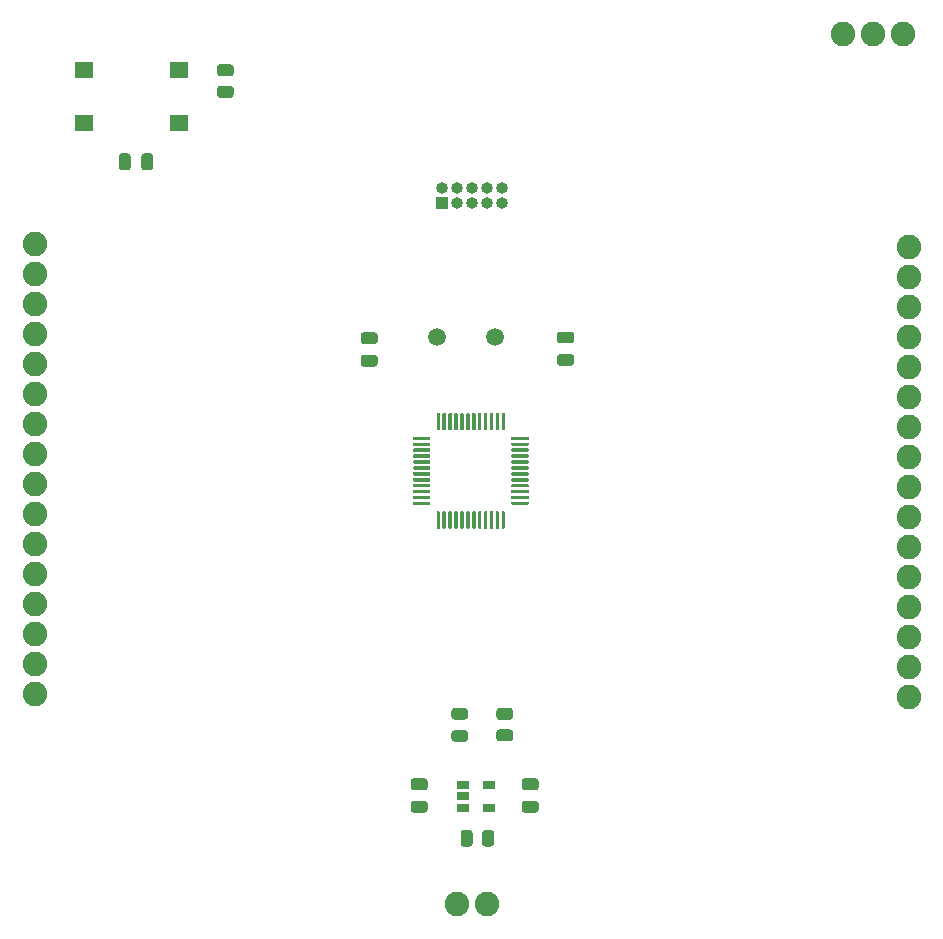
<source format=gbr>
%TF.GenerationSoftware,KiCad,Pcbnew,(5.1.9)-1*%
%TF.CreationDate,2021-02-25T22:56:50-07:00*%
%TF.ProjectId,Avionics_Computer,4176696f-6e69-4637-935f-436f6d707574,rev?*%
%TF.SameCoordinates,Original*%
%TF.FileFunction,Soldermask,Top*%
%TF.FilePolarity,Negative*%
%FSLAX46Y46*%
G04 Gerber Fmt 4.6, Leading zero omitted, Abs format (unit mm)*
G04 Created by KiCad (PCBNEW (5.1.9)-1) date 2021-02-25 22:56:50*
%MOMM*%
%LPD*%
G01*
G04 APERTURE LIST*
%ADD10C,1.500000*%
%ADD11R,1.060000X0.650000*%
%ADD12R,1.600000X1.400000*%
%ADD13C,2.082800*%
%ADD14O,1.000000X1.000000*%
%ADD15R,1.000000X1.000000*%
G04 APERTURE END LIST*
%TO.C,U1*%
G36*
G01*
X148420000Y-99087500D02*
X149745000Y-99087500D01*
G75*
G02*
X149820000Y-99162500I0J-75000D01*
G01*
X149820000Y-99312500D01*
G75*
G02*
X149745000Y-99387500I-75000J0D01*
G01*
X148420000Y-99387500D01*
G75*
G02*
X148345000Y-99312500I0J75000D01*
G01*
X148345000Y-99162500D01*
G75*
G02*
X148420000Y-99087500I75000J0D01*
G01*
G37*
G36*
G01*
X148420000Y-99587500D02*
X149745000Y-99587500D01*
G75*
G02*
X149820000Y-99662500I0J-75000D01*
G01*
X149820000Y-99812500D01*
G75*
G02*
X149745000Y-99887500I-75000J0D01*
G01*
X148420000Y-99887500D01*
G75*
G02*
X148345000Y-99812500I0J75000D01*
G01*
X148345000Y-99662500D01*
G75*
G02*
X148420000Y-99587500I75000J0D01*
G01*
G37*
G36*
G01*
X148420000Y-100087500D02*
X149745000Y-100087500D01*
G75*
G02*
X149820000Y-100162500I0J-75000D01*
G01*
X149820000Y-100312500D01*
G75*
G02*
X149745000Y-100387500I-75000J0D01*
G01*
X148420000Y-100387500D01*
G75*
G02*
X148345000Y-100312500I0J75000D01*
G01*
X148345000Y-100162500D01*
G75*
G02*
X148420000Y-100087500I75000J0D01*
G01*
G37*
G36*
G01*
X148420000Y-100587500D02*
X149745000Y-100587500D01*
G75*
G02*
X149820000Y-100662500I0J-75000D01*
G01*
X149820000Y-100812500D01*
G75*
G02*
X149745000Y-100887500I-75000J0D01*
G01*
X148420000Y-100887500D01*
G75*
G02*
X148345000Y-100812500I0J75000D01*
G01*
X148345000Y-100662500D01*
G75*
G02*
X148420000Y-100587500I75000J0D01*
G01*
G37*
G36*
G01*
X148420000Y-101087500D02*
X149745000Y-101087500D01*
G75*
G02*
X149820000Y-101162500I0J-75000D01*
G01*
X149820000Y-101312500D01*
G75*
G02*
X149745000Y-101387500I-75000J0D01*
G01*
X148420000Y-101387500D01*
G75*
G02*
X148345000Y-101312500I0J75000D01*
G01*
X148345000Y-101162500D01*
G75*
G02*
X148420000Y-101087500I75000J0D01*
G01*
G37*
G36*
G01*
X148420000Y-101587500D02*
X149745000Y-101587500D01*
G75*
G02*
X149820000Y-101662500I0J-75000D01*
G01*
X149820000Y-101812500D01*
G75*
G02*
X149745000Y-101887500I-75000J0D01*
G01*
X148420000Y-101887500D01*
G75*
G02*
X148345000Y-101812500I0J75000D01*
G01*
X148345000Y-101662500D01*
G75*
G02*
X148420000Y-101587500I75000J0D01*
G01*
G37*
G36*
G01*
X148420000Y-102087500D02*
X149745000Y-102087500D01*
G75*
G02*
X149820000Y-102162500I0J-75000D01*
G01*
X149820000Y-102312500D01*
G75*
G02*
X149745000Y-102387500I-75000J0D01*
G01*
X148420000Y-102387500D01*
G75*
G02*
X148345000Y-102312500I0J75000D01*
G01*
X148345000Y-102162500D01*
G75*
G02*
X148420000Y-102087500I75000J0D01*
G01*
G37*
G36*
G01*
X148420000Y-102587500D02*
X149745000Y-102587500D01*
G75*
G02*
X149820000Y-102662500I0J-75000D01*
G01*
X149820000Y-102812500D01*
G75*
G02*
X149745000Y-102887500I-75000J0D01*
G01*
X148420000Y-102887500D01*
G75*
G02*
X148345000Y-102812500I0J75000D01*
G01*
X148345000Y-102662500D01*
G75*
G02*
X148420000Y-102587500I75000J0D01*
G01*
G37*
G36*
G01*
X148420000Y-103087500D02*
X149745000Y-103087500D01*
G75*
G02*
X149820000Y-103162500I0J-75000D01*
G01*
X149820000Y-103312500D01*
G75*
G02*
X149745000Y-103387500I-75000J0D01*
G01*
X148420000Y-103387500D01*
G75*
G02*
X148345000Y-103312500I0J75000D01*
G01*
X148345000Y-103162500D01*
G75*
G02*
X148420000Y-103087500I75000J0D01*
G01*
G37*
G36*
G01*
X148420000Y-103587500D02*
X149745000Y-103587500D01*
G75*
G02*
X149820000Y-103662500I0J-75000D01*
G01*
X149820000Y-103812500D01*
G75*
G02*
X149745000Y-103887500I-75000J0D01*
G01*
X148420000Y-103887500D01*
G75*
G02*
X148345000Y-103812500I0J75000D01*
G01*
X148345000Y-103662500D01*
G75*
G02*
X148420000Y-103587500I75000J0D01*
G01*
G37*
G36*
G01*
X148420000Y-104087500D02*
X149745000Y-104087500D01*
G75*
G02*
X149820000Y-104162500I0J-75000D01*
G01*
X149820000Y-104312500D01*
G75*
G02*
X149745000Y-104387500I-75000J0D01*
G01*
X148420000Y-104387500D01*
G75*
G02*
X148345000Y-104312500I0J75000D01*
G01*
X148345000Y-104162500D01*
G75*
G02*
X148420000Y-104087500I75000J0D01*
G01*
G37*
G36*
G01*
X148420000Y-104587500D02*
X149745000Y-104587500D01*
G75*
G02*
X149820000Y-104662500I0J-75000D01*
G01*
X149820000Y-104812500D01*
G75*
G02*
X149745000Y-104887500I-75000J0D01*
G01*
X148420000Y-104887500D01*
G75*
G02*
X148345000Y-104812500I0J75000D01*
G01*
X148345000Y-104662500D01*
G75*
G02*
X148420000Y-104587500I75000J0D01*
G01*
G37*
G36*
G01*
X147595000Y-105412500D02*
X147745000Y-105412500D01*
G75*
G02*
X147820000Y-105487500I0J-75000D01*
G01*
X147820000Y-106812500D01*
G75*
G02*
X147745000Y-106887500I-75000J0D01*
G01*
X147595000Y-106887500D01*
G75*
G02*
X147520000Y-106812500I0J75000D01*
G01*
X147520000Y-105487500D01*
G75*
G02*
X147595000Y-105412500I75000J0D01*
G01*
G37*
G36*
G01*
X147095000Y-105412500D02*
X147245000Y-105412500D01*
G75*
G02*
X147320000Y-105487500I0J-75000D01*
G01*
X147320000Y-106812500D01*
G75*
G02*
X147245000Y-106887500I-75000J0D01*
G01*
X147095000Y-106887500D01*
G75*
G02*
X147020000Y-106812500I0J75000D01*
G01*
X147020000Y-105487500D01*
G75*
G02*
X147095000Y-105412500I75000J0D01*
G01*
G37*
G36*
G01*
X146595000Y-105412500D02*
X146745000Y-105412500D01*
G75*
G02*
X146820000Y-105487500I0J-75000D01*
G01*
X146820000Y-106812500D01*
G75*
G02*
X146745000Y-106887500I-75000J0D01*
G01*
X146595000Y-106887500D01*
G75*
G02*
X146520000Y-106812500I0J75000D01*
G01*
X146520000Y-105487500D01*
G75*
G02*
X146595000Y-105412500I75000J0D01*
G01*
G37*
G36*
G01*
X146095000Y-105412500D02*
X146245000Y-105412500D01*
G75*
G02*
X146320000Y-105487500I0J-75000D01*
G01*
X146320000Y-106812500D01*
G75*
G02*
X146245000Y-106887500I-75000J0D01*
G01*
X146095000Y-106887500D01*
G75*
G02*
X146020000Y-106812500I0J75000D01*
G01*
X146020000Y-105487500D01*
G75*
G02*
X146095000Y-105412500I75000J0D01*
G01*
G37*
G36*
G01*
X145595000Y-105412500D02*
X145745000Y-105412500D01*
G75*
G02*
X145820000Y-105487500I0J-75000D01*
G01*
X145820000Y-106812500D01*
G75*
G02*
X145745000Y-106887500I-75000J0D01*
G01*
X145595000Y-106887500D01*
G75*
G02*
X145520000Y-106812500I0J75000D01*
G01*
X145520000Y-105487500D01*
G75*
G02*
X145595000Y-105412500I75000J0D01*
G01*
G37*
G36*
G01*
X145095000Y-105412500D02*
X145245000Y-105412500D01*
G75*
G02*
X145320000Y-105487500I0J-75000D01*
G01*
X145320000Y-106812500D01*
G75*
G02*
X145245000Y-106887500I-75000J0D01*
G01*
X145095000Y-106887500D01*
G75*
G02*
X145020000Y-106812500I0J75000D01*
G01*
X145020000Y-105487500D01*
G75*
G02*
X145095000Y-105412500I75000J0D01*
G01*
G37*
G36*
G01*
X144595000Y-105412500D02*
X144745000Y-105412500D01*
G75*
G02*
X144820000Y-105487500I0J-75000D01*
G01*
X144820000Y-106812500D01*
G75*
G02*
X144745000Y-106887500I-75000J0D01*
G01*
X144595000Y-106887500D01*
G75*
G02*
X144520000Y-106812500I0J75000D01*
G01*
X144520000Y-105487500D01*
G75*
G02*
X144595000Y-105412500I75000J0D01*
G01*
G37*
G36*
G01*
X144095000Y-105412500D02*
X144245000Y-105412500D01*
G75*
G02*
X144320000Y-105487500I0J-75000D01*
G01*
X144320000Y-106812500D01*
G75*
G02*
X144245000Y-106887500I-75000J0D01*
G01*
X144095000Y-106887500D01*
G75*
G02*
X144020000Y-106812500I0J75000D01*
G01*
X144020000Y-105487500D01*
G75*
G02*
X144095000Y-105412500I75000J0D01*
G01*
G37*
G36*
G01*
X143595000Y-105412500D02*
X143745000Y-105412500D01*
G75*
G02*
X143820000Y-105487500I0J-75000D01*
G01*
X143820000Y-106812500D01*
G75*
G02*
X143745000Y-106887500I-75000J0D01*
G01*
X143595000Y-106887500D01*
G75*
G02*
X143520000Y-106812500I0J75000D01*
G01*
X143520000Y-105487500D01*
G75*
G02*
X143595000Y-105412500I75000J0D01*
G01*
G37*
G36*
G01*
X143095000Y-105412500D02*
X143245000Y-105412500D01*
G75*
G02*
X143320000Y-105487500I0J-75000D01*
G01*
X143320000Y-106812500D01*
G75*
G02*
X143245000Y-106887500I-75000J0D01*
G01*
X143095000Y-106887500D01*
G75*
G02*
X143020000Y-106812500I0J75000D01*
G01*
X143020000Y-105487500D01*
G75*
G02*
X143095000Y-105412500I75000J0D01*
G01*
G37*
G36*
G01*
X142595000Y-105412500D02*
X142745000Y-105412500D01*
G75*
G02*
X142820000Y-105487500I0J-75000D01*
G01*
X142820000Y-106812500D01*
G75*
G02*
X142745000Y-106887500I-75000J0D01*
G01*
X142595000Y-106887500D01*
G75*
G02*
X142520000Y-106812500I0J75000D01*
G01*
X142520000Y-105487500D01*
G75*
G02*
X142595000Y-105412500I75000J0D01*
G01*
G37*
G36*
G01*
X142095000Y-105412500D02*
X142245000Y-105412500D01*
G75*
G02*
X142320000Y-105487500I0J-75000D01*
G01*
X142320000Y-106812500D01*
G75*
G02*
X142245000Y-106887500I-75000J0D01*
G01*
X142095000Y-106887500D01*
G75*
G02*
X142020000Y-106812500I0J75000D01*
G01*
X142020000Y-105487500D01*
G75*
G02*
X142095000Y-105412500I75000J0D01*
G01*
G37*
G36*
G01*
X140095000Y-104587500D02*
X141420000Y-104587500D01*
G75*
G02*
X141495000Y-104662500I0J-75000D01*
G01*
X141495000Y-104812500D01*
G75*
G02*
X141420000Y-104887500I-75000J0D01*
G01*
X140095000Y-104887500D01*
G75*
G02*
X140020000Y-104812500I0J75000D01*
G01*
X140020000Y-104662500D01*
G75*
G02*
X140095000Y-104587500I75000J0D01*
G01*
G37*
G36*
G01*
X140095000Y-104087500D02*
X141420000Y-104087500D01*
G75*
G02*
X141495000Y-104162500I0J-75000D01*
G01*
X141495000Y-104312500D01*
G75*
G02*
X141420000Y-104387500I-75000J0D01*
G01*
X140095000Y-104387500D01*
G75*
G02*
X140020000Y-104312500I0J75000D01*
G01*
X140020000Y-104162500D01*
G75*
G02*
X140095000Y-104087500I75000J0D01*
G01*
G37*
G36*
G01*
X140095000Y-103587500D02*
X141420000Y-103587500D01*
G75*
G02*
X141495000Y-103662500I0J-75000D01*
G01*
X141495000Y-103812500D01*
G75*
G02*
X141420000Y-103887500I-75000J0D01*
G01*
X140095000Y-103887500D01*
G75*
G02*
X140020000Y-103812500I0J75000D01*
G01*
X140020000Y-103662500D01*
G75*
G02*
X140095000Y-103587500I75000J0D01*
G01*
G37*
G36*
G01*
X140095000Y-103087500D02*
X141420000Y-103087500D01*
G75*
G02*
X141495000Y-103162500I0J-75000D01*
G01*
X141495000Y-103312500D01*
G75*
G02*
X141420000Y-103387500I-75000J0D01*
G01*
X140095000Y-103387500D01*
G75*
G02*
X140020000Y-103312500I0J75000D01*
G01*
X140020000Y-103162500D01*
G75*
G02*
X140095000Y-103087500I75000J0D01*
G01*
G37*
G36*
G01*
X140095000Y-102587500D02*
X141420000Y-102587500D01*
G75*
G02*
X141495000Y-102662500I0J-75000D01*
G01*
X141495000Y-102812500D01*
G75*
G02*
X141420000Y-102887500I-75000J0D01*
G01*
X140095000Y-102887500D01*
G75*
G02*
X140020000Y-102812500I0J75000D01*
G01*
X140020000Y-102662500D01*
G75*
G02*
X140095000Y-102587500I75000J0D01*
G01*
G37*
G36*
G01*
X140095000Y-102087500D02*
X141420000Y-102087500D01*
G75*
G02*
X141495000Y-102162500I0J-75000D01*
G01*
X141495000Y-102312500D01*
G75*
G02*
X141420000Y-102387500I-75000J0D01*
G01*
X140095000Y-102387500D01*
G75*
G02*
X140020000Y-102312500I0J75000D01*
G01*
X140020000Y-102162500D01*
G75*
G02*
X140095000Y-102087500I75000J0D01*
G01*
G37*
G36*
G01*
X140095000Y-101587500D02*
X141420000Y-101587500D01*
G75*
G02*
X141495000Y-101662500I0J-75000D01*
G01*
X141495000Y-101812500D01*
G75*
G02*
X141420000Y-101887500I-75000J0D01*
G01*
X140095000Y-101887500D01*
G75*
G02*
X140020000Y-101812500I0J75000D01*
G01*
X140020000Y-101662500D01*
G75*
G02*
X140095000Y-101587500I75000J0D01*
G01*
G37*
G36*
G01*
X140095000Y-101087500D02*
X141420000Y-101087500D01*
G75*
G02*
X141495000Y-101162500I0J-75000D01*
G01*
X141495000Y-101312500D01*
G75*
G02*
X141420000Y-101387500I-75000J0D01*
G01*
X140095000Y-101387500D01*
G75*
G02*
X140020000Y-101312500I0J75000D01*
G01*
X140020000Y-101162500D01*
G75*
G02*
X140095000Y-101087500I75000J0D01*
G01*
G37*
G36*
G01*
X140095000Y-100587500D02*
X141420000Y-100587500D01*
G75*
G02*
X141495000Y-100662500I0J-75000D01*
G01*
X141495000Y-100812500D01*
G75*
G02*
X141420000Y-100887500I-75000J0D01*
G01*
X140095000Y-100887500D01*
G75*
G02*
X140020000Y-100812500I0J75000D01*
G01*
X140020000Y-100662500D01*
G75*
G02*
X140095000Y-100587500I75000J0D01*
G01*
G37*
G36*
G01*
X140095000Y-100087500D02*
X141420000Y-100087500D01*
G75*
G02*
X141495000Y-100162500I0J-75000D01*
G01*
X141495000Y-100312500D01*
G75*
G02*
X141420000Y-100387500I-75000J0D01*
G01*
X140095000Y-100387500D01*
G75*
G02*
X140020000Y-100312500I0J75000D01*
G01*
X140020000Y-100162500D01*
G75*
G02*
X140095000Y-100087500I75000J0D01*
G01*
G37*
G36*
G01*
X140095000Y-99587500D02*
X141420000Y-99587500D01*
G75*
G02*
X141495000Y-99662500I0J-75000D01*
G01*
X141495000Y-99812500D01*
G75*
G02*
X141420000Y-99887500I-75000J0D01*
G01*
X140095000Y-99887500D01*
G75*
G02*
X140020000Y-99812500I0J75000D01*
G01*
X140020000Y-99662500D01*
G75*
G02*
X140095000Y-99587500I75000J0D01*
G01*
G37*
G36*
G01*
X140095000Y-99087500D02*
X141420000Y-99087500D01*
G75*
G02*
X141495000Y-99162500I0J-75000D01*
G01*
X141495000Y-99312500D01*
G75*
G02*
X141420000Y-99387500I-75000J0D01*
G01*
X140095000Y-99387500D01*
G75*
G02*
X140020000Y-99312500I0J75000D01*
G01*
X140020000Y-99162500D01*
G75*
G02*
X140095000Y-99087500I75000J0D01*
G01*
G37*
G36*
G01*
X142095000Y-97087500D02*
X142245000Y-97087500D01*
G75*
G02*
X142320000Y-97162500I0J-75000D01*
G01*
X142320000Y-98487500D01*
G75*
G02*
X142245000Y-98562500I-75000J0D01*
G01*
X142095000Y-98562500D01*
G75*
G02*
X142020000Y-98487500I0J75000D01*
G01*
X142020000Y-97162500D01*
G75*
G02*
X142095000Y-97087500I75000J0D01*
G01*
G37*
G36*
G01*
X142595000Y-97087500D02*
X142745000Y-97087500D01*
G75*
G02*
X142820000Y-97162500I0J-75000D01*
G01*
X142820000Y-98487500D01*
G75*
G02*
X142745000Y-98562500I-75000J0D01*
G01*
X142595000Y-98562500D01*
G75*
G02*
X142520000Y-98487500I0J75000D01*
G01*
X142520000Y-97162500D01*
G75*
G02*
X142595000Y-97087500I75000J0D01*
G01*
G37*
G36*
G01*
X143095000Y-97087500D02*
X143245000Y-97087500D01*
G75*
G02*
X143320000Y-97162500I0J-75000D01*
G01*
X143320000Y-98487500D01*
G75*
G02*
X143245000Y-98562500I-75000J0D01*
G01*
X143095000Y-98562500D01*
G75*
G02*
X143020000Y-98487500I0J75000D01*
G01*
X143020000Y-97162500D01*
G75*
G02*
X143095000Y-97087500I75000J0D01*
G01*
G37*
G36*
G01*
X143595000Y-97087500D02*
X143745000Y-97087500D01*
G75*
G02*
X143820000Y-97162500I0J-75000D01*
G01*
X143820000Y-98487500D01*
G75*
G02*
X143745000Y-98562500I-75000J0D01*
G01*
X143595000Y-98562500D01*
G75*
G02*
X143520000Y-98487500I0J75000D01*
G01*
X143520000Y-97162500D01*
G75*
G02*
X143595000Y-97087500I75000J0D01*
G01*
G37*
G36*
G01*
X144095000Y-97087500D02*
X144245000Y-97087500D01*
G75*
G02*
X144320000Y-97162500I0J-75000D01*
G01*
X144320000Y-98487500D01*
G75*
G02*
X144245000Y-98562500I-75000J0D01*
G01*
X144095000Y-98562500D01*
G75*
G02*
X144020000Y-98487500I0J75000D01*
G01*
X144020000Y-97162500D01*
G75*
G02*
X144095000Y-97087500I75000J0D01*
G01*
G37*
G36*
G01*
X144595000Y-97087500D02*
X144745000Y-97087500D01*
G75*
G02*
X144820000Y-97162500I0J-75000D01*
G01*
X144820000Y-98487500D01*
G75*
G02*
X144745000Y-98562500I-75000J0D01*
G01*
X144595000Y-98562500D01*
G75*
G02*
X144520000Y-98487500I0J75000D01*
G01*
X144520000Y-97162500D01*
G75*
G02*
X144595000Y-97087500I75000J0D01*
G01*
G37*
G36*
G01*
X145095000Y-97087500D02*
X145245000Y-97087500D01*
G75*
G02*
X145320000Y-97162500I0J-75000D01*
G01*
X145320000Y-98487500D01*
G75*
G02*
X145245000Y-98562500I-75000J0D01*
G01*
X145095000Y-98562500D01*
G75*
G02*
X145020000Y-98487500I0J75000D01*
G01*
X145020000Y-97162500D01*
G75*
G02*
X145095000Y-97087500I75000J0D01*
G01*
G37*
G36*
G01*
X145595000Y-97087500D02*
X145745000Y-97087500D01*
G75*
G02*
X145820000Y-97162500I0J-75000D01*
G01*
X145820000Y-98487500D01*
G75*
G02*
X145745000Y-98562500I-75000J0D01*
G01*
X145595000Y-98562500D01*
G75*
G02*
X145520000Y-98487500I0J75000D01*
G01*
X145520000Y-97162500D01*
G75*
G02*
X145595000Y-97087500I75000J0D01*
G01*
G37*
G36*
G01*
X146095000Y-97087500D02*
X146245000Y-97087500D01*
G75*
G02*
X146320000Y-97162500I0J-75000D01*
G01*
X146320000Y-98487500D01*
G75*
G02*
X146245000Y-98562500I-75000J0D01*
G01*
X146095000Y-98562500D01*
G75*
G02*
X146020000Y-98487500I0J75000D01*
G01*
X146020000Y-97162500D01*
G75*
G02*
X146095000Y-97087500I75000J0D01*
G01*
G37*
G36*
G01*
X146595000Y-97087500D02*
X146745000Y-97087500D01*
G75*
G02*
X146820000Y-97162500I0J-75000D01*
G01*
X146820000Y-98487500D01*
G75*
G02*
X146745000Y-98562500I-75000J0D01*
G01*
X146595000Y-98562500D01*
G75*
G02*
X146520000Y-98487500I0J75000D01*
G01*
X146520000Y-97162500D01*
G75*
G02*
X146595000Y-97087500I75000J0D01*
G01*
G37*
G36*
G01*
X147095000Y-97087500D02*
X147245000Y-97087500D01*
G75*
G02*
X147320000Y-97162500I0J-75000D01*
G01*
X147320000Y-98487500D01*
G75*
G02*
X147245000Y-98562500I-75000J0D01*
G01*
X147095000Y-98562500D01*
G75*
G02*
X147020000Y-98487500I0J75000D01*
G01*
X147020000Y-97162500D01*
G75*
G02*
X147095000Y-97087500I75000J0D01*
G01*
G37*
G36*
G01*
X147595000Y-97087500D02*
X147745000Y-97087500D01*
G75*
G02*
X147820000Y-97162500I0J-75000D01*
G01*
X147820000Y-98487500D01*
G75*
G02*
X147745000Y-98562500I-75000J0D01*
G01*
X147595000Y-98562500D01*
G75*
G02*
X147520000Y-98487500I0J75000D01*
G01*
X147520000Y-97162500D01*
G75*
G02*
X147595000Y-97087500I75000J0D01*
G01*
G37*
%TD*%
D10*
%TO.C,Y1*%
X142073000Y-90689000D03*
X146973000Y-90689000D03*
%TD*%
D11*
%TO.C,U2*%
X146473000Y-128591000D03*
X146473000Y-130491000D03*
X144273000Y-130491000D03*
X144273000Y-129541000D03*
X144273000Y-128591000D03*
%TD*%
D12*
%TO.C,S1*%
X112196000Y-72568000D03*
X120196000Y-72568000D03*
X112196000Y-68068000D03*
X120196000Y-68068000D03*
%TD*%
%TO.C,R4*%
G36*
G01*
X147335999Y-123868500D02*
X148236001Y-123868500D01*
G75*
G02*
X148486000Y-124118499I0J-249999D01*
G01*
X148486000Y-124643501D01*
G75*
G02*
X148236001Y-124893500I-249999J0D01*
G01*
X147335999Y-124893500D01*
G75*
G02*
X147086000Y-124643501I0J249999D01*
G01*
X147086000Y-124118499D01*
G75*
G02*
X147335999Y-123868500I249999J0D01*
G01*
G37*
G36*
G01*
X147335999Y-122043500D02*
X148236001Y-122043500D01*
G75*
G02*
X148486000Y-122293499I0J-249999D01*
G01*
X148486000Y-122818501D01*
G75*
G02*
X148236001Y-123068500I-249999J0D01*
G01*
X147335999Y-123068500D01*
G75*
G02*
X147086000Y-122818501I0J249999D01*
G01*
X147086000Y-122293499D01*
G75*
G02*
X147335999Y-122043500I249999J0D01*
G01*
G37*
%TD*%
%TO.C,R3*%
G36*
G01*
X124584001Y-68580500D02*
X123683999Y-68580500D01*
G75*
G02*
X123434000Y-68330501I0J249999D01*
G01*
X123434000Y-67805499D01*
G75*
G02*
X123683999Y-67555500I249999J0D01*
G01*
X124584001Y-67555500D01*
G75*
G02*
X124834000Y-67805499I0J-249999D01*
G01*
X124834000Y-68330501D01*
G75*
G02*
X124584001Y-68580500I-249999J0D01*
G01*
G37*
G36*
G01*
X124584001Y-70405500D02*
X123683999Y-70405500D01*
G75*
G02*
X123434000Y-70155501I0J249999D01*
G01*
X123434000Y-69630499D01*
G75*
G02*
X123683999Y-69380500I249999J0D01*
G01*
X124584001Y-69380500D01*
G75*
G02*
X124834000Y-69630499I0J-249999D01*
G01*
X124834000Y-70155501D01*
G75*
G02*
X124584001Y-70405500I-249999J0D01*
G01*
G37*
%TD*%
%TO.C,R2*%
G36*
G01*
X145876500Y-133547001D02*
X145876500Y-132646999D01*
G75*
G02*
X146126499Y-132397000I249999J0D01*
G01*
X146651501Y-132397000D01*
G75*
G02*
X146901500Y-132646999I0J-249999D01*
G01*
X146901500Y-133547001D01*
G75*
G02*
X146651501Y-133797000I-249999J0D01*
G01*
X146126499Y-133797000D01*
G75*
G02*
X145876500Y-133547001I0J249999D01*
G01*
G37*
G36*
G01*
X144051500Y-133547001D02*
X144051500Y-132646999D01*
G75*
G02*
X144301499Y-132397000I249999J0D01*
G01*
X144826501Y-132397000D01*
G75*
G02*
X145076500Y-132646999I0J-249999D01*
G01*
X145076500Y-133547001D01*
G75*
G02*
X144826501Y-133797000I-249999J0D01*
G01*
X144301499Y-133797000D01*
G75*
G02*
X144051500Y-133547001I0J249999D01*
G01*
G37*
%TD*%
D13*
%TO.C,J5*%
X143722000Y-138685000D03*
X146262000Y-138685000D03*
%TD*%
%TO.C,J4*%
X181540000Y-65000000D03*
X179000000Y-65000000D03*
X176460000Y-65000000D03*
%TD*%
%TO.C,J3*%
X182000000Y-83060000D03*
X182000000Y-85600000D03*
X182000000Y-88140000D03*
X182000000Y-90680000D03*
X182000000Y-93220000D03*
X182000000Y-95760000D03*
X182000000Y-98300000D03*
X182000000Y-100840000D03*
X182000000Y-103380000D03*
X182000000Y-105920000D03*
X182000000Y-108460000D03*
X182000000Y-111000000D03*
X182000000Y-113540000D03*
X182000000Y-116080000D03*
X182000000Y-118620000D03*
X182000000Y-121160000D03*
%TD*%
%TO.C,J2*%
X108000000Y-120840000D03*
X108000000Y-118300000D03*
X108000000Y-115760000D03*
X108000000Y-113220000D03*
X108000000Y-110680000D03*
X108000000Y-108140000D03*
X108000000Y-105600000D03*
X108000000Y-103060000D03*
X108000000Y-100520000D03*
X108000000Y-97980000D03*
X108000000Y-95440000D03*
X108000000Y-92900000D03*
X108000000Y-90360000D03*
X108000000Y-87820000D03*
X108000000Y-85280000D03*
X108000000Y-82740000D03*
%TD*%
D14*
%TO.C,J1*%
X147540000Y-78000000D03*
X147540000Y-79270000D03*
X146270000Y-78000000D03*
X146270000Y-79270000D03*
X145000000Y-78000000D03*
X145000000Y-79270000D03*
X143730000Y-78000000D03*
X143730000Y-79270000D03*
X142460000Y-78000000D03*
D15*
X142460000Y-79270000D03*
%TD*%
%TO.C,D1*%
G36*
G01*
X143519750Y-123943500D02*
X144432250Y-123943500D01*
G75*
G02*
X144676000Y-124187250I0J-243750D01*
G01*
X144676000Y-124674750D01*
G75*
G02*
X144432250Y-124918500I-243750J0D01*
G01*
X143519750Y-124918500D01*
G75*
G02*
X143276000Y-124674750I0J243750D01*
G01*
X143276000Y-124187250D01*
G75*
G02*
X143519750Y-123943500I243750J0D01*
G01*
G37*
G36*
G01*
X143519750Y-122068500D02*
X144432250Y-122068500D01*
G75*
G02*
X144676000Y-122312250I0J-243750D01*
G01*
X144676000Y-122799750D01*
G75*
G02*
X144432250Y-123043500I-243750J0D01*
G01*
X143519750Y-123043500D01*
G75*
G02*
X143276000Y-122799750I0J243750D01*
G01*
X143276000Y-122312250D01*
G75*
G02*
X143519750Y-122068500I243750J0D01*
G01*
G37*
%TD*%
%TO.C,C5*%
G36*
G01*
X116125000Y-75340000D02*
X116125000Y-76290000D01*
G75*
G02*
X115875000Y-76540000I-250000J0D01*
G01*
X115375000Y-76540000D01*
G75*
G02*
X115125000Y-76290000I0J250000D01*
G01*
X115125000Y-75340000D01*
G75*
G02*
X115375000Y-75090000I250000J0D01*
G01*
X115875000Y-75090000D01*
G75*
G02*
X116125000Y-75340000I0J-250000D01*
G01*
G37*
G36*
G01*
X118025000Y-75340000D02*
X118025000Y-76290000D01*
G75*
G02*
X117775000Y-76540000I-250000J0D01*
G01*
X117275000Y-76540000D01*
G75*
G02*
X117025000Y-76290000I0J250000D01*
G01*
X117025000Y-75340000D01*
G75*
G02*
X117275000Y-75090000I250000J0D01*
G01*
X117775000Y-75090000D01*
G75*
G02*
X118025000Y-75340000I0J-250000D01*
G01*
G37*
%TD*%
%TO.C,C4*%
G36*
G01*
X135830000Y-92155000D02*
X136780000Y-92155000D01*
G75*
G02*
X137030000Y-92405000I0J-250000D01*
G01*
X137030000Y-92905000D01*
G75*
G02*
X136780000Y-93155000I-250000J0D01*
G01*
X135830000Y-93155000D01*
G75*
G02*
X135580000Y-92905000I0J250000D01*
G01*
X135580000Y-92405000D01*
G75*
G02*
X135830000Y-92155000I250000J0D01*
G01*
G37*
G36*
G01*
X135830000Y-90255000D02*
X136780000Y-90255000D01*
G75*
G02*
X137030000Y-90505000I0J-250000D01*
G01*
X137030000Y-91005000D01*
G75*
G02*
X136780000Y-91255000I-250000J0D01*
G01*
X135830000Y-91255000D01*
G75*
G02*
X135580000Y-91005000I0J250000D01*
G01*
X135580000Y-90505000D01*
G75*
G02*
X135830000Y-90255000I250000J0D01*
G01*
G37*
%TD*%
%TO.C,C3*%
G36*
G01*
X152467000Y-92089000D02*
X153417000Y-92089000D01*
G75*
G02*
X153667000Y-92339000I0J-250000D01*
G01*
X153667000Y-92839000D01*
G75*
G02*
X153417000Y-93089000I-250000J0D01*
G01*
X152467000Y-93089000D01*
G75*
G02*
X152217000Y-92839000I0J250000D01*
G01*
X152217000Y-92339000D01*
G75*
G02*
X152467000Y-92089000I250000J0D01*
G01*
G37*
G36*
G01*
X152467000Y-90189000D02*
X153417000Y-90189000D01*
G75*
G02*
X153667000Y-90439000I0J-250000D01*
G01*
X153667000Y-90939000D01*
G75*
G02*
X153417000Y-91189000I-250000J0D01*
G01*
X152467000Y-91189000D01*
G75*
G02*
X152217000Y-90939000I0J250000D01*
G01*
X152217000Y-90439000D01*
G75*
G02*
X152467000Y-90189000I250000J0D01*
G01*
G37*
%TD*%
%TO.C,C2*%
G36*
G01*
X149470000Y-129925000D02*
X150420000Y-129925000D01*
G75*
G02*
X150670000Y-130175000I0J-250000D01*
G01*
X150670000Y-130675000D01*
G75*
G02*
X150420000Y-130925000I-250000J0D01*
G01*
X149470000Y-130925000D01*
G75*
G02*
X149220000Y-130675000I0J250000D01*
G01*
X149220000Y-130175000D01*
G75*
G02*
X149470000Y-129925000I250000J0D01*
G01*
G37*
G36*
G01*
X149470000Y-128025000D02*
X150420000Y-128025000D01*
G75*
G02*
X150670000Y-128275000I0J-250000D01*
G01*
X150670000Y-128775000D01*
G75*
G02*
X150420000Y-129025000I-250000J0D01*
G01*
X149470000Y-129025000D01*
G75*
G02*
X149220000Y-128775000I0J250000D01*
G01*
X149220000Y-128275000D01*
G75*
G02*
X149470000Y-128025000I250000J0D01*
G01*
G37*
%TD*%
%TO.C,C1*%
G36*
G01*
X140072000Y-129925000D02*
X141022000Y-129925000D01*
G75*
G02*
X141272000Y-130175000I0J-250000D01*
G01*
X141272000Y-130675000D01*
G75*
G02*
X141022000Y-130925000I-250000J0D01*
G01*
X140072000Y-130925000D01*
G75*
G02*
X139822000Y-130675000I0J250000D01*
G01*
X139822000Y-130175000D01*
G75*
G02*
X140072000Y-129925000I250000J0D01*
G01*
G37*
G36*
G01*
X140072000Y-128025000D02*
X141022000Y-128025000D01*
G75*
G02*
X141272000Y-128275000I0J-250000D01*
G01*
X141272000Y-128775000D01*
G75*
G02*
X141022000Y-129025000I-250000J0D01*
G01*
X140072000Y-129025000D01*
G75*
G02*
X139822000Y-128775000I0J250000D01*
G01*
X139822000Y-128275000D01*
G75*
G02*
X140072000Y-128025000I250000J0D01*
G01*
G37*
%TD*%
M02*

</source>
